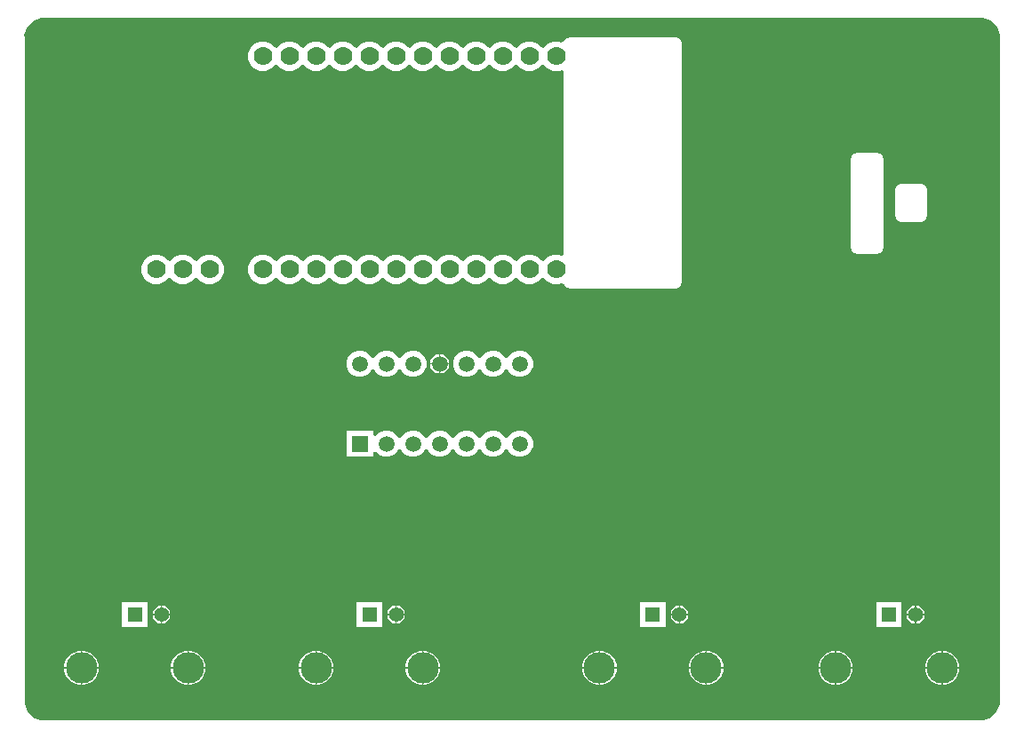
<source format=gbl>
G04*
G04 #@! TF.GenerationSoftware,Altium Limited,Altium Designer,25.1.2 (22)*
G04*
G04 Layer_Physical_Order=2*
G04 Layer_Color=16711680*
%FSLAX25Y25*%
%MOIN*%
G70*
G04*
G04 #@! TF.SameCoordinates,8C14AA3A-0FC9-406D-BE4B-2EB75CFADBCC*
G04*
G04*
G04 #@! TF.FilePolarity,Positive*
G04*
G01*
G75*
%ADD24R,0.05906X0.05906*%
%ADD38C,0.07000*%
%ADD39R,0.05504X0.05504*%
%ADD40C,0.05504*%
%ADD41C,0.11811*%
%ADD42C,0.05906*%
%ADD43C,0.05000*%
G36*
X504460Y380691D02*
X506675Y378476D01*
X507874Y375582D01*
X507874Y374016D01*
X507874D01*
X507874Y374016D01*
X507874Y125704D01*
X507846Y124165D01*
X506617Y121344D01*
X504402Y119208D01*
X501538Y118082D01*
X500000Y118110D01*
X149606D01*
X148096Y118110D01*
X145305Y119266D01*
X143169Y121402D01*
X142013Y124193D01*
X142013Y125703D01*
X142013Y125704D01*
Y374016D01*
X141985Y375554D01*
X143111Y378418D01*
X145247Y380633D01*
X148068Y381862D01*
X149606Y381890D01*
X149606Y381890D01*
X500000Y381890D01*
X501566Y381890D01*
X504460Y380691D01*
D02*
G37*
%LPC*%
G36*
X386339Y374566D02*
X346339D01*
X344808Y373932D01*
X344478Y373137D01*
X343250Y372563D01*
X342433Y372902D01*
X340245D01*
X338223Y372064D01*
X336964Y370805D01*
X336339Y370618D01*
X335713Y370805D01*
X334454Y372064D01*
X332433Y372902D01*
X330245D01*
X328223Y372064D01*
X326964Y370805D01*
X326339Y370618D01*
X325713Y370805D01*
X324454Y372064D01*
X322433Y372902D01*
X320245D01*
X318223Y372064D01*
X316964Y370805D01*
X316339Y370618D01*
X315713Y370805D01*
X314454Y372064D01*
X312433Y372902D01*
X310245D01*
X308223Y372064D01*
X306964Y370805D01*
X306339Y370618D01*
X305713Y370805D01*
X304454Y372064D01*
X302433Y372902D01*
X300245D01*
X298223Y372064D01*
X296964Y370805D01*
X296339Y370618D01*
X295713Y370805D01*
X294454Y372064D01*
X292433Y372902D01*
X290245D01*
X288223Y372064D01*
X286964Y370805D01*
X286339Y370618D01*
X285713Y370805D01*
X284454Y372064D01*
X282433Y372902D01*
X280245D01*
X278223Y372064D01*
X276964Y370805D01*
X276339Y370618D01*
X275713Y370805D01*
X274454Y372064D01*
X272433Y372902D01*
X270245D01*
X268223Y372064D01*
X266964Y370805D01*
X266339Y370618D01*
X265713Y370805D01*
X264454Y372064D01*
X262433Y372902D01*
X260245D01*
X258223Y372064D01*
X256964Y370805D01*
X256339Y370618D01*
X255713Y370805D01*
X254454Y372064D01*
X252433Y372902D01*
X250245D01*
X248223Y372064D01*
X246964Y370805D01*
X246339Y370618D01*
X245713Y370805D01*
X244454Y372064D01*
X242433Y372902D01*
X240245D01*
X238223Y372064D01*
X236964Y370805D01*
X236339Y370618D01*
X235713Y370805D01*
X234454Y372064D01*
X232433Y372902D01*
X230245D01*
X228223Y372064D01*
X226676Y370517D01*
X225839Y368496D01*
Y366307D01*
X226676Y364286D01*
X228223Y362739D01*
X230245Y361902D01*
X232433D01*
X234454Y362739D01*
X235713Y363998D01*
X236339Y364185D01*
X236964Y363998D01*
X238223Y362739D01*
X240245Y361902D01*
X242433D01*
X244454Y362739D01*
X245713Y363998D01*
X246339Y364185D01*
X246964Y363998D01*
X248223Y362739D01*
X250245Y361902D01*
X252433D01*
X254454Y362739D01*
X255713Y363998D01*
X256339Y364185D01*
X256964Y363998D01*
X258223Y362739D01*
X260245Y361902D01*
X262433D01*
X264454Y362739D01*
X265713Y363998D01*
X266339Y364185D01*
X266964Y363998D01*
X268223Y362739D01*
X270245Y361902D01*
X272433D01*
X274454Y362739D01*
X275713Y363998D01*
X276339Y364185D01*
X276964Y363998D01*
X278223Y362739D01*
X280245Y361902D01*
X282433D01*
X284454Y362739D01*
X285713Y363998D01*
X286339Y364185D01*
X286964Y363998D01*
X288223Y362739D01*
X290245Y361902D01*
X292433D01*
X294454Y362739D01*
X295713Y363998D01*
X296339Y364185D01*
X296964Y363998D01*
X298223Y362739D01*
X300245Y361902D01*
X302433D01*
X304454Y362739D01*
X305713Y363998D01*
X306339Y364185D01*
X306964Y363998D01*
X308223Y362739D01*
X310245Y361902D01*
X312433D01*
X314454Y362739D01*
X315713Y363998D01*
X316339Y364185D01*
X316964Y363998D01*
X318223Y362739D01*
X320245Y361902D01*
X322433D01*
X324454Y362739D01*
X325713Y363998D01*
X326339Y364185D01*
X326964Y363998D01*
X328223Y362739D01*
X330245Y361902D01*
X332433D01*
X334454Y362739D01*
X335713Y363998D01*
X336339Y364185D01*
X336964Y363998D01*
X338223Y362739D01*
X340245Y361902D01*
X342433D01*
X343342Y362278D01*
X344174Y361723D01*
Y293080D01*
X343342Y292525D01*
X342433Y292902D01*
X340245D01*
X338223Y292064D01*
X336964Y290805D01*
X336339Y290618D01*
X335713Y290805D01*
X334454Y292064D01*
X332433Y292902D01*
X330245D01*
X328223Y292064D01*
X326964Y290805D01*
X326339Y290618D01*
X325713Y290805D01*
X324454Y292064D01*
X322433Y292902D01*
X320245D01*
X318223Y292064D01*
X316964Y290805D01*
X316339Y290618D01*
X315713Y290805D01*
X314454Y292064D01*
X312433Y292902D01*
X310245D01*
X308223Y292064D01*
X306964Y290805D01*
X306339Y290618D01*
X305713Y290805D01*
X304454Y292064D01*
X302433Y292902D01*
X300245D01*
X298223Y292064D01*
X296964Y290805D01*
X296339Y290618D01*
X295713Y290805D01*
X294454Y292064D01*
X292433Y292902D01*
X290245D01*
X288223Y292064D01*
X286964Y290805D01*
X286339Y290618D01*
X285713Y290805D01*
X284454Y292064D01*
X282433Y292902D01*
X280245D01*
X278223Y292064D01*
X276964Y290805D01*
X276339Y290618D01*
X275713Y290805D01*
X274454Y292064D01*
X272433Y292902D01*
X270245D01*
X268223Y292064D01*
X266964Y290805D01*
X266339Y290618D01*
X265713Y290805D01*
X264454Y292064D01*
X262433Y292902D01*
X260245D01*
X258223Y292064D01*
X256964Y290805D01*
X256339Y290618D01*
X255713Y290805D01*
X254454Y292064D01*
X252433Y292902D01*
X250245D01*
X248223Y292064D01*
X246964Y290805D01*
X246339Y290618D01*
X245713Y290805D01*
X244454Y292064D01*
X242433Y292902D01*
X240245D01*
X238223Y292064D01*
X236964Y290805D01*
X236339Y290618D01*
X235713Y290805D01*
X234454Y292064D01*
X232433Y292902D01*
X230245D01*
X228223Y292064D01*
X226676Y290517D01*
X225839Y288496D01*
Y286308D01*
X226676Y284286D01*
X228223Y282739D01*
X230245Y281902D01*
X232433D01*
X234454Y282739D01*
X235713Y283998D01*
X236339Y284185D01*
X236964Y283998D01*
X238223Y282739D01*
X240245Y281902D01*
X242433D01*
X244454Y282739D01*
X245713Y283998D01*
X246339Y284185D01*
X246964Y283998D01*
X248223Y282739D01*
X250245Y281902D01*
X252433D01*
X254454Y282739D01*
X255713Y283998D01*
X256339Y284185D01*
X256964Y283998D01*
X258223Y282739D01*
X260245Y281902D01*
X262433D01*
X264454Y282739D01*
X265713Y283998D01*
X266339Y284185D01*
X266964Y283998D01*
X268223Y282739D01*
X270245Y281902D01*
X272433D01*
X274454Y282739D01*
X275713Y283998D01*
X276339Y284185D01*
X276964Y283998D01*
X278223Y282739D01*
X280245Y281902D01*
X282433D01*
X284454Y282739D01*
X285713Y283998D01*
X286339Y284185D01*
X286964Y283998D01*
X288223Y282739D01*
X290245Y281902D01*
X292433D01*
X294454Y282739D01*
X295713Y283998D01*
X296339Y284185D01*
X296964Y283998D01*
X298223Y282739D01*
X300245Y281902D01*
X302433D01*
X304454Y282739D01*
X305713Y283998D01*
X306339Y284185D01*
X306964Y283998D01*
X308223Y282739D01*
X310245Y281902D01*
X312433D01*
X314454Y282739D01*
X315713Y283998D01*
X316339Y284185D01*
X316964Y283998D01*
X318223Y282739D01*
X320245Y281902D01*
X322433D01*
X324454Y282739D01*
X325713Y283998D01*
X326339Y284185D01*
X326964Y283998D01*
X328223Y282739D01*
X330245Y281902D01*
X332433D01*
X334454Y282739D01*
X335713Y283998D01*
X336339Y284185D01*
X336964Y283998D01*
X338223Y282739D01*
X340245Y281902D01*
X342433D01*
X343250Y282240D01*
X344478Y281666D01*
X344808Y280871D01*
X346339Y280237D01*
X386339D01*
X387869Y280871D01*
X388503Y282402D01*
Y372402D01*
X387869Y373932D01*
X386339Y374566D01*
D02*
G37*
G36*
X478445Y319489D02*
X470571D01*
X469040Y318855D01*
X468406Y317324D01*
Y307482D01*
X469040Y305951D01*
X470571Y305317D01*
X478445D01*
X479976Y305951D01*
X480610Y307482D01*
Y317324D01*
X479976Y318855D01*
X478445Y319489D01*
D02*
G37*
G36*
X461909Y331102D02*
X454035D01*
X452504Y330468D01*
X451870Y328937D01*
Y295473D01*
X452504Y293942D01*
X454035Y293308D01*
X461909D01*
X463440Y293942D01*
X464074Y295473D01*
Y328937D01*
X463440Y330468D01*
X461909Y331102D01*
D02*
G37*
G36*
X212433Y292902D02*
X210245D01*
X208223Y292064D01*
X206964Y290805D01*
X206339Y290618D01*
X205713Y290805D01*
X204454Y292064D01*
X202433Y292902D01*
X200245D01*
X198223Y292064D01*
X196964Y290805D01*
X196339Y290618D01*
X195713Y290805D01*
X194454Y292064D01*
X192433Y292902D01*
X190245D01*
X188223Y292064D01*
X186676Y290517D01*
X185839Y288496D01*
Y286308D01*
X186676Y284286D01*
X188223Y282739D01*
X190245Y281902D01*
X192433D01*
X194454Y282739D01*
X195713Y283998D01*
X196339Y284185D01*
X196964Y283998D01*
X198223Y282739D01*
X200245Y281902D01*
X202433D01*
X204454Y282739D01*
X205713Y283998D01*
X206339Y284185D01*
X206964Y283998D01*
X208223Y282739D01*
X210245Y281902D01*
X212433D01*
X214454Y282739D01*
X216001Y284286D01*
X216839Y286308D01*
Y288496D01*
X216001Y290517D01*
X214454Y292064D01*
X212433Y292902D01*
D02*
G37*
G36*
X328702Y256921D02*
X326731D01*
X324911Y256167D01*
X323518Y254774D01*
X323258Y254146D01*
X322175D01*
X321915Y254774D01*
X320522Y256167D01*
X318702Y256921D01*
X316731D01*
X314911Y256167D01*
X313518Y254774D01*
X313258Y254146D01*
X312175D01*
X311915Y254774D01*
X310522Y256167D01*
X308702Y256921D01*
X306731D01*
X304911Y256167D01*
X303518Y254774D01*
X302764Y252954D01*
Y250983D01*
X303518Y249163D01*
X304911Y247770D01*
X306731Y247016D01*
X308702D01*
X310522Y247770D01*
X311915Y249163D01*
X312175Y249791D01*
X313258D01*
X313518Y249163D01*
X314911Y247770D01*
X316731Y247016D01*
X318702D01*
X320522Y247770D01*
X321915Y249163D01*
X322175Y249791D01*
X323258D01*
X323518Y249163D01*
X324911Y247770D01*
X326731Y247016D01*
X328702D01*
X330522Y247770D01*
X331915Y249163D01*
X332669Y250983D01*
Y252954D01*
X331915Y254774D01*
X330522Y256167D01*
X328702Y256921D01*
D02*
G37*
G36*
X288702D02*
X286731D01*
X284911Y256167D01*
X283518Y254774D01*
X283258Y254146D01*
X282175D01*
X281915Y254774D01*
X280522Y256167D01*
X278702Y256921D01*
X276731D01*
X274911Y256167D01*
X273518Y254774D01*
X273258Y254146D01*
X272175D01*
X271915Y254774D01*
X270522Y256167D01*
X268702Y256921D01*
X266731D01*
X264911Y256167D01*
X263518Y254774D01*
X262764Y252954D01*
Y250983D01*
X263518Y249163D01*
X264911Y247770D01*
X266731Y247016D01*
X268702D01*
X270522Y247770D01*
X271915Y249163D01*
X272175Y249791D01*
X273258D01*
X273518Y249163D01*
X274911Y247770D01*
X276731Y247016D01*
X278702D01*
X280522Y247770D01*
X281915Y249163D01*
X282175Y249791D01*
X283258D01*
X283518Y249163D01*
X284911Y247770D01*
X286731Y247016D01*
X288702D01*
X290522Y247770D01*
X291915Y249163D01*
X292669Y250983D01*
Y252954D01*
X291915Y254774D01*
X290522Y256167D01*
X288702Y256921D01*
D02*
G37*
G36*
X299147Y255421D02*
X297967D01*
Y252219D01*
X301169D01*
Y253399D01*
X299147Y255421D01*
D02*
G37*
G36*
X297466D02*
X296286D01*
X294264Y253399D01*
Y252219D01*
X297466D01*
Y255421D01*
D02*
G37*
G36*
X301169Y251718D02*
X297967D01*
Y248516D01*
X299147D01*
X301169Y250538D01*
Y251718D01*
D02*
G37*
G36*
X297466D02*
X294264D01*
Y250538D01*
X296286Y248516D01*
X297466D01*
Y251718D01*
D02*
G37*
G36*
X328702Y226921D02*
X326731D01*
X324911Y226167D01*
X323518Y224774D01*
X323258Y224146D01*
X322175D01*
X321915Y224774D01*
X320522Y226167D01*
X318702Y226921D01*
X316731D01*
X314911Y226167D01*
X313518Y224774D01*
X313258Y224146D01*
X312175D01*
X311915Y224774D01*
X310522Y226167D01*
X308702Y226921D01*
X306731D01*
X304911Y226167D01*
X303518Y224774D01*
X303258Y224146D01*
X302175D01*
X301915Y224774D01*
X300522Y226167D01*
X298702Y226921D01*
X296731D01*
X294911Y226167D01*
X293518Y224774D01*
X293258Y224146D01*
X292175D01*
X291915Y224774D01*
X290522Y226167D01*
X288702Y226921D01*
X286731D01*
X284911Y226167D01*
X283518Y224774D01*
X283258Y224146D01*
X282175D01*
X281915Y224774D01*
X280522Y226167D01*
X278702Y226921D01*
X276731D01*
X274911Y226167D01*
X273669Y224925D01*
X272953Y225079D01*
X272669Y225232D01*
Y226921D01*
X262764D01*
Y217016D01*
X272669D01*
Y218705D01*
X272953Y218858D01*
X273669Y219011D01*
X274911Y217770D01*
X276731Y217016D01*
X278702D01*
X280522Y217770D01*
X281915Y219163D01*
X282175Y219791D01*
X283258D01*
X283518Y219163D01*
X284911Y217770D01*
X286731Y217016D01*
X288702D01*
X290522Y217770D01*
X291915Y219163D01*
X292175Y219791D01*
X293258D01*
X293518Y219163D01*
X294911Y217770D01*
X296731Y217016D01*
X298702D01*
X300522Y217770D01*
X301915Y219163D01*
X302175Y219791D01*
X303258D01*
X303518Y219163D01*
X304911Y217770D01*
X306731Y217016D01*
X308702D01*
X310522Y217770D01*
X311915Y219163D01*
X312175Y219791D01*
X313258D01*
X313518Y219163D01*
X314911Y217770D01*
X316731Y217016D01*
X318702D01*
X320522Y217770D01*
X321915Y219163D01*
X322175Y219791D01*
X323258D01*
X323518Y219163D01*
X324911Y217770D01*
X326731Y217016D01*
X328702D01*
X330522Y217770D01*
X331915Y219163D01*
X332669Y220983D01*
Y222954D01*
X331915Y224774D01*
X330522Y226167D01*
X328702Y226921D01*
D02*
G37*
G36*
X477567Y161047D02*
X476471D01*
Y158045D01*
X479472D01*
Y159142D01*
X477567Y161047D01*
D02*
G37*
G36*
X475971D02*
X474873D01*
X472968Y159142D01*
Y158045D01*
X475971D01*
Y161047D01*
D02*
G37*
G36*
X388985D02*
X387888D01*
Y158045D01*
X390890D01*
Y159142D01*
X388985Y161047D01*
D02*
G37*
G36*
X387388D02*
X386291D01*
X384386Y159142D01*
Y158045D01*
X387388D01*
Y161047D01*
D02*
G37*
G36*
X282686D02*
X281589D01*
Y158045D01*
X284591D01*
Y159142D01*
X282686Y161047D01*
D02*
G37*
G36*
X281089D02*
X279992D01*
X278087Y159142D01*
Y158045D01*
X281089D01*
Y161047D01*
D02*
G37*
G36*
X194733D02*
X193636D01*
Y158045D01*
X196638D01*
Y159142D01*
X194733Y161047D01*
D02*
G37*
G36*
X193136D02*
X192039D01*
X190134Y159142D01*
Y158045D01*
X193136D01*
Y161047D01*
D02*
G37*
G36*
X479472Y157545D02*
X476471D01*
Y154543D01*
X477567D01*
X479472Y156448D01*
Y157545D01*
D02*
G37*
G36*
X475971D02*
X472968D01*
Y156448D01*
X474873Y154543D01*
X475971D01*
Y157545D01*
D02*
G37*
G36*
X390890D02*
X387888D01*
Y154543D01*
X388985D01*
X390890Y156448D01*
Y157545D01*
D02*
G37*
G36*
X387388D02*
X384386D01*
Y156448D01*
X386291Y154543D01*
X387388D01*
Y157545D01*
D02*
G37*
G36*
X284591D02*
X281589D01*
Y154543D01*
X282686D01*
X284591Y156448D01*
Y157545D01*
D02*
G37*
G36*
X281089D02*
X278087D01*
Y156448D01*
X279992Y154543D01*
X281089D01*
Y157545D01*
D02*
G37*
G36*
X196638D02*
X193636D01*
Y154543D01*
X194733D01*
X196638Y156448D01*
Y157545D01*
D02*
G37*
G36*
X193136D02*
X190134D01*
Y156448D01*
X192039Y154543D01*
X193136D01*
Y157545D01*
D02*
G37*
G36*
X470972Y162547D02*
X461469D01*
Y153043D01*
X470972D01*
Y162547D01*
D02*
G37*
G36*
X382390D02*
X372886D01*
Y153043D01*
X382390D01*
Y162547D01*
D02*
G37*
G36*
X276091D02*
X266587D01*
Y153043D01*
X276091D01*
Y162547D01*
D02*
G37*
G36*
X188138D02*
X178634D01*
Y153043D01*
X188138D01*
Y162547D01*
D02*
G37*
G36*
X487495Y144201D02*
X486471D01*
Y138045D01*
X492626D01*
Y139069D01*
X491651Y141424D01*
X489849Y143226D01*
X487495Y144201D01*
D02*
G37*
G36*
X485970D02*
X484946D01*
X482592Y143226D01*
X480790Y141424D01*
X479815Y139069D01*
Y138045D01*
X485970D01*
Y144201D01*
D02*
G37*
G36*
X447495D02*
X446470D01*
Y138045D01*
X452626D01*
Y139069D01*
X451651Y141424D01*
X449849Y143226D01*
X447495Y144201D01*
D02*
G37*
G36*
X445970D02*
X444946D01*
X442592Y143226D01*
X440790Y141424D01*
X439815Y139069D01*
Y138045D01*
X445970D01*
Y144201D01*
D02*
G37*
G36*
X398912D02*
X397888D01*
Y138045D01*
X404043D01*
Y139069D01*
X403068Y141424D01*
X401266Y143226D01*
X398912Y144201D01*
D02*
G37*
G36*
X397388D02*
X396364D01*
X394009Y143226D01*
X392208Y141424D01*
X391232Y139069D01*
Y138045D01*
X397388D01*
Y144201D01*
D02*
G37*
G36*
X358912D02*
X357888D01*
Y138045D01*
X364043D01*
Y139069D01*
X363068Y141424D01*
X361266Y143226D01*
X358912Y144201D01*
D02*
G37*
G36*
X357388D02*
X356364D01*
X354009Y143226D01*
X352207Y141424D01*
X351232Y139069D01*
Y138045D01*
X357388D01*
Y144201D01*
D02*
G37*
G36*
X292613D02*
X291589D01*
Y138045D01*
X297744D01*
Y139069D01*
X296769Y141424D01*
X294967Y143226D01*
X292613Y144201D01*
D02*
G37*
G36*
X291089D02*
X290064D01*
X287710Y143226D01*
X285908Y141424D01*
X284933Y139069D01*
Y138045D01*
X291089D01*
Y144201D01*
D02*
G37*
G36*
X252613D02*
X251589D01*
Y138045D01*
X257744D01*
Y139069D01*
X256769Y141424D01*
X254967Y143226D01*
X252613Y144201D01*
D02*
G37*
G36*
X251089D02*
X250064D01*
X247710Y143226D01*
X245908Y141424D01*
X244933Y139069D01*
Y138045D01*
X251089D01*
Y144201D01*
D02*
G37*
G36*
X204660D02*
X203636D01*
Y138045D01*
X209791D01*
Y139069D01*
X208816Y141424D01*
X207014Y143226D01*
X204660Y144201D01*
D02*
G37*
G36*
X203136D02*
X202112D01*
X199757Y143226D01*
X197956Y141424D01*
X196980Y139069D01*
Y138045D01*
X203136D01*
Y144201D01*
D02*
G37*
G36*
X164660D02*
X163636D01*
Y138045D01*
X169791D01*
Y139069D01*
X168816Y141424D01*
X167014Y143226D01*
X164660Y144201D01*
D02*
G37*
G36*
X163136D02*
X162112D01*
X159757Y143226D01*
X157956Y141424D01*
X156980Y139069D01*
Y138045D01*
X163136D01*
Y144201D01*
D02*
G37*
G36*
X492626Y137545D02*
X486471D01*
Y131390D01*
X487495D01*
X489849Y132365D01*
X491651Y134167D01*
X492626Y136521D01*
Y137545D01*
D02*
G37*
G36*
X485970D02*
X479815D01*
Y136521D01*
X480790Y134167D01*
X482592Y132365D01*
X484946Y131390D01*
X485970D01*
Y137545D01*
D02*
G37*
G36*
X452626D02*
X446470D01*
Y131390D01*
X447495D01*
X449849Y132365D01*
X451651Y134167D01*
X452626Y136521D01*
Y137545D01*
D02*
G37*
G36*
X445970D02*
X439815D01*
Y136521D01*
X440790Y134167D01*
X442592Y132365D01*
X444946Y131390D01*
X445970D01*
Y137545D01*
D02*
G37*
G36*
X404043D02*
X397888D01*
Y131390D01*
X398912D01*
X401266Y132365D01*
X403068Y134167D01*
X404043Y136521D01*
Y137545D01*
D02*
G37*
G36*
X397388D02*
X391232D01*
Y136521D01*
X392208Y134167D01*
X394009Y132365D01*
X396364Y131390D01*
X397388D01*
Y137545D01*
D02*
G37*
G36*
X364043D02*
X357888D01*
Y131390D01*
X358912D01*
X361266Y132365D01*
X363068Y134167D01*
X364043Y136521D01*
Y137545D01*
D02*
G37*
G36*
X357388D02*
X351232D01*
Y136521D01*
X352207Y134167D01*
X354009Y132365D01*
X356364Y131390D01*
X357388D01*
Y137545D01*
D02*
G37*
G36*
X297744D02*
X291589D01*
Y131390D01*
X292613D01*
X294967Y132365D01*
X296769Y134167D01*
X297744Y136521D01*
Y137545D01*
D02*
G37*
G36*
X291089D02*
X284933D01*
Y136521D01*
X285908Y134167D01*
X287710Y132365D01*
X290064Y131390D01*
X291089D01*
Y137545D01*
D02*
G37*
G36*
X257744D02*
X251589D01*
Y131390D01*
X252613D01*
X254967Y132365D01*
X256769Y134167D01*
X257744Y136521D01*
Y137545D01*
D02*
G37*
G36*
X251089D02*
X244933D01*
Y136521D01*
X245908Y134167D01*
X247710Y132365D01*
X250064Y131390D01*
X251089D01*
Y137545D01*
D02*
G37*
G36*
X209791D02*
X203636D01*
Y131390D01*
X204660D01*
X207014Y132365D01*
X208816Y134167D01*
X209791Y136521D01*
Y137545D01*
D02*
G37*
G36*
X203136D02*
X196980D01*
Y136521D01*
X197956Y134167D01*
X199757Y132365D01*
X202112Y131390D01*
X203136D01*
Y137545D01*
D02*
G37*
G36*
X169791D02*
X163636D01*
Y131390D01*
X164660D01*
X167014Y132365D01*
X168816Y134167D01*
X169791Y136521D01*
Y137545D01*
D02*
G37*
G36*
X163136D02*
X156980D01*
Y136521D01*
X157956Y134167D01*
X159757Y132365D01*
X162112Y131390D01*
X163136D01*
Y137545D01*
D02*
G37*
%LPD*%
D24*
X267717Y221969D02*
D03*
D38*
X191339Y287402D02*
D03*
X201339D02*
D03*
X211339D02*
D03*
X221339D02*
D03*
X341339D02*
D03*
X331339D02*
D03*
X321339D02*
D03*
X311339D02*
D03*
X301339D02*
D03*
X291339D02*
D03*
X281339D02*
D03*
X271339D02*
D03*
X261339D02*
D03*
X251339D02*
D03*
X241339D02*
D03*
X231339D02*
D03*
X341339Y367402D02*
D03*
X331339D02*
D03*
X321339D02*
D03*
X311339D02*
D03*
X301339D02*
D03*
X291339D02*
D03*
X281339D02*
D03*
X271339D02*
D03*
X261339D02*
D03*
X251339D02*
D03*
X241339D02*
D03*
X231339D02*
D03*
D39*
X466221Y157795D02*
D03*
X377638D02*
D03*
X271339D02*
D03*
X183386D02*
D03*
D40*
X476221D02*
D03*
X387638D02*
D03*
X281339D02*
D03*
X193386D02*
D03*
D41*
X446220Y137795D02*
D03*
X486221D02*
D03*
X357638D02*
D03*
X397638D02*
D03*
X251339D02*
D03*
X291339D02*
D03*
X163386D02*
D03*
X203386D02*
D03*
D42*
X327716Y251969D02*
D03*
X317717D02*
D03*
X307716D02*
D03*
X297716D02*
D03*
X287717D02*
D03*
X277716D02*
D03*
X267717D02*
D03*
X327716Y221969D02*
D03*
X317717D02*
D03*
X307716D02*
D03*
X297716D02*
D03*
X287717D02*
D03*
X277716D02*
D03*
D43*
X427264Y318406D02*
D03*
M02*

</source>
